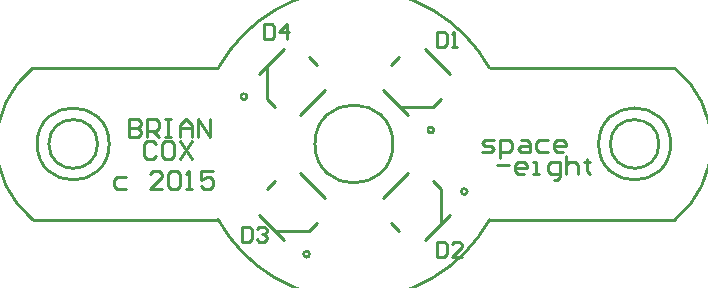
<source format=gto>
%FSLAX25Y25*%
%MOIN*%
G70*
G01*
G75*
G04 Layer_Color=65535*
%ADD10P,0.08352X4X360.0*%
%ADD11P,0.08352X4X90.0*%
%ADD12C,0.02500*%
%ADD13C,0.00100*%
%ADD14C,0.16500*%
%ADD15C,0.04000*%
G04:AMPARAMS|DCode=16|XSize=80mil|YSize=50mil|CornerRadius=0mil|HoleSize=0mil|Usage=FLASHONLY|Rotation=225.000|XOffset=0mil|YOffset=0mil|HoleType=Round|Shape=Rectangle|*
%AMROTATEDRECTD16*
4,1,4,0.01061,0.04596,0.04596,0.01061,-0.01061,-0.04596,-0.04596,-0.01061,0.01061,0.04596,0.0*
%
%ADD16ROTATEDRECTD16*%

G04:AMPARAMS|DCode=17|XSize=80mil|YSize=50mil|CornerRadius=0mil|HoleSize=0mil|Usage=FLASHONLY|Rotation=315.000|XOffset=0mil|YOffset=0mil|HoleType=Round|Shape=Rectangle|*
%AMROTATEDRECTD17*
4,1,4,-0.04596,0.01061,-0.01061,0.04596,0.04596,-0.01061,0.01061,-0.04596,-0.04596,0.01061,0.0*
%
%ADD17ROTATEDRECTD17*%

%ADD18R,0.12205X0.17716*%
%ADD19R,0.12205X0.17716*%
%ADD20C,0.01000*%
D13*
X645179Y525300D02*
G03*
X554721Y525300I-45229J-25250D01*
G01*
Y474800D02*
G03*
X645179Y474800I45229J25250D01*
G01*
X612950Y500050D02*
G03*
X612950Y500050I-13000J0D01*
G01*
X492888Y525300D02*
G03*
X492888Y474800I20462J-25250D01*
G01*
X707012D02*
G03*
X707012Y525300I-20462J25250D01*
G01*
X492888Y474800D02*
X554721D01*
X492888Y525300D02*
X554721D01*
X645179Y474800D02*
X707012D01*
X645179Y525300D02*
X707012D01*
D20*
X626556Y504693D02*
G03*
X626556Y504693I-984J0D01*
G01*
X637692Y484172D02*
G03*
X637692Y484172I-984J0D01*
G01*
X585156Y463293D02*
G03*
X585156Y463293I-984J0D01*
G01*
X564277Y515828D02*
G03*
X564277Y515828I-984J0D01*
G01*
X707012Y474800D02*
G03*
X707012Y525300I-20462J25250D01*
G01*
X701650Y500050D02*
G03*
X701650Y500050I-8125J0D01*
G01*
X492888Y525300D02*
G03*
X492888Y474800I20462J-25250D01*
G01*
X514500Y500050D02*
G03*
X514500Y500050I-8125J0D01*
G01*
X612950D02*
G03*
X612950Y500050I-13000J0D01*
G01*
X518375D02*
G03*
X518375Y500050I-12000J0D01*
G01*
X705525D02*
G03*
X705525Y500050I-12000J0D01*
G01*
X554721Y474800D02*
G03*
X645179Y474800I45229J25250D01*
G01*
Y525300D02*
G03*
X554721Y525300I-45229J-25250D01*
G01*
X626268Y512348D02*
X629052Y515132D01*
X612348Y526268D02*
X615132Y529052D01*
X609564Y517916D02*
X617916Y509564D01*
X623484Y531836D02*
X631836Y523484D01*
X615132Y512348D02*
X626268D01*
X629052Y473732D02*
Y484868D01*
X609564Y482084D02*
X617916Y490436D01*
X623484Y468164D02*
X631836Y476516D01*
X612348Y473732D02*
X615132Y470948D01*
X626268Y487652D02*
X629052Y484868D01*
X584868Y470948D02*
X587652Y473732D01*
X570948Y484868D02*
X573732Y487652D01*
X568164Y476516D02*
X576516Y468164D01*
X582084Y490436D02*
X590436Y482084D01*
X573732Y470948D02*
X584868D01*
X570948Y515132D02*
Y526268D01*
X582084Y509564D02*
X590436Y517916D01*
X568164Y523484D02*
X576516Y531836D01*
X584868Y529052D02*
X587652Y526268D01*
X570948Y515132D02*
X573732Y512348D01*
X645179Y525300D02*
X707012D01*
X645179Y474800D02*
X707012D01*
X492888Y525300D02*
X554721D01*
X492888Y474800D02*
X554721D01*
X570000Y539998D02*
Y535000D01*
X572499D01*
X573332Y535833D01*
Y539165D01*
X572499Y539998D01*
X570000D01*
X577498Y535000D02*
Y539998D01*
X574998Y537499D01*
X578331D01*
X562500Y472498D02*
Y467500D01*
X564999D01*
X565832Y468333D01*
Y471665D01*
X564999Y472498D01*
X562500D01*
X567498Y471665D02*
X568331Y472498D01*
X569998D01*
X570831Y471665D01*
Y470832D01*
X569998Y469999D01*
X569165D01*
X569998D01*
X570831Y469166D01*
Y468333D01*
X569998Y467500D01*
X568331D01*
X567498Y468333D01*
X627500Y467498D02*
Y462500D01*
X629999D01*
X630832Y463333D01*
Y466665D01*
X629999Y467498D01*
X627500D01*
X635831Y462500D02*
X632498D01*
X635831Y465832D01*
Y466665D01*
X634998Y467498D01*
X633331D01*
X632498Y466665D01*
X627500Y537498D02*
Y532500D01*
X629999D01*
X630832Y533333D01*
Y536665D01*
X629999Y537498D01*
X627500D01*
X632498Y532500D02*
X634164D01*
X633331D01*
Y537498D01*
X632498Y536665D01*
X647500Y492999D02*
X651499D01*
X656497Y490000D02*
X654498D01*
X653498Y491000D01*
Y492999D01*
X654498Y493999D01*
X656497D01*
X657497Y492999D01*
Y491999D01*
X653498D01*
X659496Y490000D02*
X661495D01*
X660496D01*
Y493999D01*
X659496D01*
X666494Y488001D02*
X667493D01*
X668493Y489000D01*
Y493999D01*
X665494D01*
X664495Y492999D01*
Y491000D01*
X665494Y490000D01*
X668493D01*
X670493Y495998D02*
Y490000D01*
Y492999D01*
X671492Y493999D01*
X673492D01*
X674491Y492999D01*
Y490000D01*
X677490Y494998D02*
Y493999D01*
X676491D01*
X678490D01*
X677490D01*
Y491000D01*
X678490Y490000D01*
X642500Y497500D02*
X645499D01*
X646499Y498500D01*
X645499Y499499D01*
X643500D01*
X642500Y500499D01*
X643500Y501499D01*
X646499D01*
X648498Y495501D02*
Y501499D01*
X651497D01*
X652497Y500499D01*
Y498500D01*
X651497Y497500D01*
X648498D01*
X655496Y501499D02*
X657495D01*
X658495Y500499D01*
Y497500D01*
X655496D01*
X654496Y498500D01*
X655496Y499499D01*
X658495D01*
X664493Y501499D02*
X661494D01*
X660494Y500499D01*
Y498500D01*
X661494Y497500D01*
X664493D01*
X669491D02*
X667492D01*
X666492Y498500D01*
Y500499D01*
X667492Y501499D01*
X669491D01*
X670491Y500499D01*
Y499499D01*
X666492D01*
X533999Y499998D02*
X532999Y500998D01*
X531000D01*
X530000Y499998D01*
Y496000D01*
X531000Y495000D01*
X532999D01*
X533999Y496000D01*
X538997Y500998D02*
X536998D01*
X535998Y499998D01*
Y496000D01*
X536998Y495000D01*
X538997D01*
X539997Y496000D01*
Y499998D01*
X538997Y500998D01*
X541996D02*
X545995Y495000D01*
Y500998D02*
X541996Y495000D01*
X523999Y488999D02*
X521000D01*
X520000Y487999D01*
Y486000D01*
X521000Y485000D01*
X523999D01*
X535995D02*
X531996D01*
X535995Y488999D01*
Y489998D01*
X534995Y490998D01*
X532996D01*
X531996Y489998D01*
X537994D02*
X538994Y490998D01*
X540993D01*
X541993Y489998D01*
Y486000D01*
X540993Y485000D01*
X538994D01*
X537994Y486000D01*
Y489998D01*
X543992Y485000D02*
X545992D01*
X544992D01*
Y490998D01*
X543992Y489998D01*
X552989Y490998D02*
X548991D01*
Y487999D01*
X550990Y488999D01*
X551990D01*
X552989Y487999D01*
Y486000D01*
X551990Y485000D01*
X549990D01*
X548991Y486000D01*
X525000Y508498D02*
Y502500D01*
X527999D01*
X528999Y503500D01*
Y504499D01*
X527999Y505499D01*
X525000D01*
X527999D01*
X528999Y506499D01*
Y507498D01*
X527999Y508498D01*
X525000D01*
X530998Y502500D02*
Y508498D01*
X533997D01*
X534997Y507498D01*
Y505499D01*
X533997Y504499D01*
X530998D01*
X532997D02*
X534997Y502500D01*
X536996Y508498D02*
X538996D01*
X537996D01*
Y502500D01*
X536996D01*
X538996D01*
X541994D02*
Y506499D01*
X543994Y508498D01*
X545993Y506499D01*
Y502500D01*
Y505499D01*
X541994D01*
X547993Y502500D02*
Y508498D01*
X551991Y502500D01*
Y508498D01*
M02*

</source>
